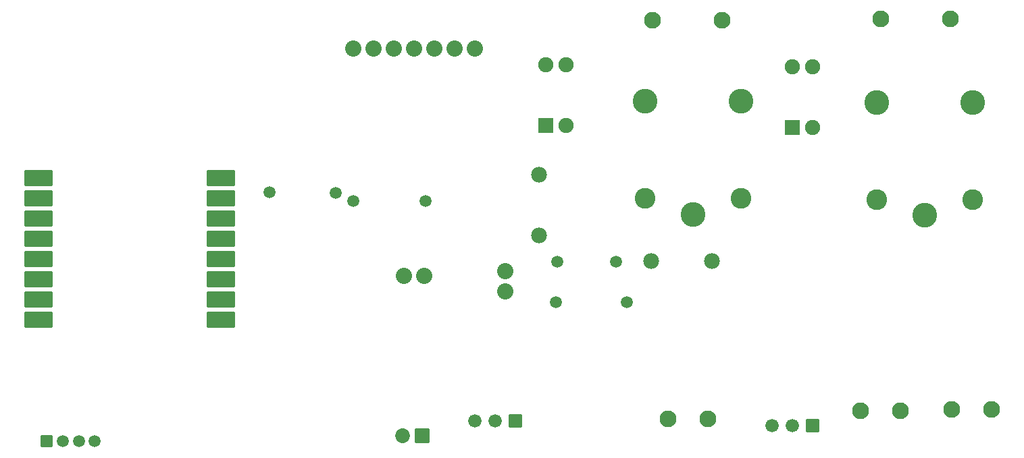
<source format=gbs>
G04 Layer: BottomSolderMaskLayer*
G04 EasyEDA v6.5.15, 2023-07-15 19:13:26*
G04 7a4bf17ae9984c6ea0cf7d4767ac866e,10*
G04 Gerber Generator version 0.2*
G04 Scale: 100 percent, Rotated: No, Reflected: No *
G04 Dimensions in millimeters *
G04 leading zeros omitted , absolute positions ,4 integer and 5 decimal *
%FSLAX45Y45*%
%MOMM*%

%AMMACRO1*1,1,$1,$2,$3*1,1,$1,$4,$5*1,1,$1,0-$2,0-$3*1,1,$1,0-$4,0-$5*20,1,$1,$2,$3,$4,$5,0*20,1,$1,$4,$5,0-$2,0-$3,0*20,1,$1,0-$2,0-$3,0-$4,0-$5,0*20,1,$1,0-$4,0-$5,$2,$3,0*4,1,4,$2,$3,$4,$5,0-$2,0-$3,0-$4,0-$5,$2,$3,0*%
%ADD10C,2.1016*%
%ADD11C,1.6764*%
%ADD12MACRO1,0.1016X0.7874X-0.7874X-0.7874X-0.7874*%
%ADD13C,1.9812*%
%ADD14C,2.6016*%
%ADD15C,3.1016*%
%ADD16C,1.9016*%
%ADD17MACRO1,0.1016X0.9X-0.9X-0.9X-0.9*%
%ADD18MACRO1,0.1016X0.875X-0.875X-0.875X-0.875*%
%ADD19C,1.8516*%
%ADD20C,2.0320*%
%ADD21MACRO1,0.1X-0.7X0.7X0.7X0.7*%
%ADD22C,1.5000*%
%ADD23MACRO1,0.2032X-1.6459X0.9144X1.6459X0.9144*%
%ADD24MACRO1,0.2032X1.6459X-0.9144X-1.6459X-0.9144*%

%LPD*%
D10*
G01*
X11159743Y-5092700D03*
G01*
X10658856Y-5092700D03*
G01*
X10918799Y-177800D03*
G01*
X11788800Y-177800D03*
D11*
G01*
X9550400Y-5283200D03*
G01*
X9804400Y-5283200D03*
D12*
G01*
X10058400Y-5283200D03*
D13*
G01*
X8801100Y-3213100D03*
G01*
X8039100Y-3213100D03*
D14*
G01*
X10868101Y-2441600D03*
G01*
X12068098Y-2441397D03*
D15*
G01*
X11468100Y-2641600D03*
G01*
X10868101Y-1221612D03*
G01*
X12068098Y-1221612D03*
D16*
G01*
X10058908Y-1536687D03*
G01*
X10057892Y-774687D03*
G01*
X9803892Y-774687D03*
D17*
G01*
X9804905Y-1536707D03*
D10*
G01*
X8746741Y-5194300D03*
G01*
X8245853Y-5194300D03*
G01*
X12302743Y-5080000D03*
G01*
X11801856Y-5080000D03*
D11*
G01*
X5829297Y-5219700D03*
G01*
X6083297Y-5219700D03*
D12*
G01*
X6337300Y-5219700D03*
D18*
G01*
X5168900Y-5410200D03*
D19*
G01*
X4918885Y-5410200D03*
D20*
G01*
X4305297Y-546100D03*
G01*
X4559297Y-546100D03*
G01*
X4813297Y-546100D03*
G01*
X5067297Y-546100D03*
G01*
X5321297Y-546100D03*
G01*
X5575297Y-546100D03*
G01*
X5829297Y-546100D03*
G01*
X5194297Y-3403600D03*
G01*
X4940297Y-3403600D03*
G01*
X6210297Y-3594100D03*
G01*
X6210297Y-3340100D03*
D21*
G01*
X462000Y-5473700D03*
D22*
G01*
X661997Y-5473700D03*
G01*
X861997Y-5473700D03*
G01*
X1061996Y-5473700D03*
D10*
G01*
X8053169Y-190500D03*
G01*
X8923169Y-190500D03*
D13*
G01*
X6629400Y-2133600D03*
G01*
X6629400Y-2895600D03*
D23*
G01*
X2641600Y-3949700D03*
D24*
G01*
X355600Y-2171700D03*
G01*
X355600Y-2425700D03*
G01*
X355600Y-2679700D03*
G01*
X355600Y-2933700D03*
G01*
X355600Y-3187700D03*
G01*
X355600Y-3441700D03*
G01*
X355600Y-3695700D03*
G01*
X355600Y-3949700D03*
D23*
G01*
X2641600Y-2171700D03*
G01*
X2641600Y-2425700D03*
G01*
X2641600Y-2679700D03*
G01*
X2641600Y-2933700D03*
G01*
X2641600Y-3187700D03*
G01*
X2641600Y-3441700D03*
G01*
X2641600Y-3695700D03*
D16*
G01*
X6972805Y-1511274D03*
G01*
X6971789Y-749274D03*
G01*
X6717789Y-749274D03*
D17*
G01*
X6718805Y-1511307D03*
D14*
G01*
X7959798Y-2428900D03*
G01*
X9159796Y-2428697D03*
D15*
G01*
X8559797Y-2628900D03*
G01*
X7959798Y-1208912D03*
G01*
X9159796Y-1208912D03*
D22*
G01*
X4081269Y-2362200D03*
G01*
X3251197Y-2349500D03*
G01*
X7734300Y-3733800D03*
G01*
X6845300Y-3733800D03*
G01*
X7594600Y-3225800D03*
G01*
X6858000Y-3225800D03*
G01*
X5207000Y-2463800D03*
G01*
X4305300Y-2463800D03*
M02*

</source>
